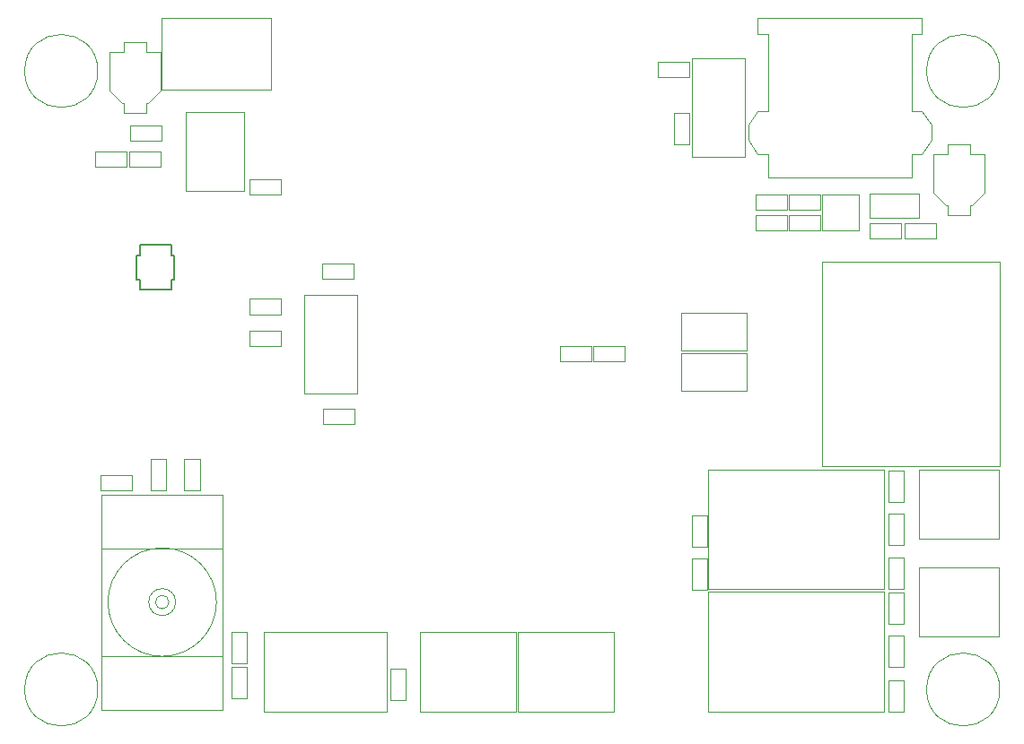
<source format=gbr>
G04 #@! TF.GenerationSoftware,KiCad,Pcbnew,(5.1.5)-3*
G04 #@! TF.CreationDate,2020-05-25T11:19:48-05:00*
G04 #@! TF.ProjectId,Delta_Robot,44656c74-615f-4526-9f62-6f742e6b6963,rev?*
G04 #@! TF.SameCoordinates,Original*
G04 #@! TF.FileFunction,Other,User*
%FSLAX46Y46*%
G04 Gerber Fmt 4.6, Leading zero omitted, Abs format (unit mm)*
G04 Created by KiCad (PCBNEW (5.1.5)-3) date 2020-05-25 11:19:48*
%MOMM*%
%LPD*%
G04 APERTURE LIST*
%ADD10C,0.050000*%
%ADD11C,0.152400*%
%ADD12C,0.120000*%
G04 APERTURE END LIST*
D10*
X104604000Y-69831200D02*
X104604000Y-71291200D01*
X104604000Y-71291200D02*
X101644000Y-71291200D01*
X101644000Y-71291200D02*
X101644000Y-69831200D01*
X101644000Y-69831200D02*
X104604000Y-69831200D01*
X106978000Y-73560000D02*
X106978000Y-66140000D01*
X112478000Y-73560000D02*
X112478000Y-66140000D01*
X106978000Y-73560000D02*
X112478000Y-73560000D01*
X106978000Y-66140000D02*
X112478000Y-66140000D01*
X172912000Y-111444000D02*
X156272000Y-111444000D01*
X172912000Y-122744000D02*
X172912000Y-111444000D01*
X156272000Y-122744000D02*
X172912000Y-122744000D01*
X156272000Y-111444000D02*
X156272000Y-122744000D01*
D11*
X105628000Y-82874599D02*
X102652000Y-82874599D01*
X102652000Y-82874599D02*
X102652000Y-81902300D01*
X102652000Y-81902300D02*
X102362000Y-81902300D01*
X102362000Y-81902300D02*
X102362000Y-79641700D01*
X102362000Y-79641700D02*
X102652000Y-79641700D01*
X102652000Y-79641700D02*
X102652000Y-78669401D01*
X102652000Y-78669401D02*
X105628000Y-78669401D01*
X105628000Y-78669401D02*
X105628000Y-79641700D01*
X105628000Y-79641700D02*
X105918000Y-79641700D01*
X105918000Y-79641700D02*
X105918000Y-81902300D01*
X105918000Y-81902300D02*
X105628000Y-81902300D01*
X105628000Y-81902300D02*
X105628000Y-82874599D01*
D10*
X183760000Y-80290000D02*
X183760000Y-99550000D01*
X183760000Y-80290000D02*
X167010000Y-80290000D01*
X167010000Y-80290000D02*
X167010000Y-99550000D01*
X183760000Y-99550000D02*
X167010000Y-99550000D01*
X176213000Y-76080000D02*
X176213000Y-73780000D01*
X171513000Y-73780000D02*
X176213000Y-73780000D01*
X171513000Y-76080000D02*
X171513000Y-73780000D01*
X176213000Y-76080000D02*
X171513000Y-76080000D01*
X156272000Y-99887000D02*
X156272000Y-111187000D01*
X156272000Y-111187000D02*
X172912000Y-111187000D01*
X172912000Y-111187000D02*
X172912000Y-99887000D01*
X172912000Y-99887000D02*
X156272000Y-99887000D01*
X110490000Y-118345000D02*
X110490000Y-106445000D01*
X99060000Y-106445000D02*
X99060000Y-118345000D01*
D12*
X99060000Y-102235000D02*
X110490000Y-102235000D01*
X110490000Y-102235000D02*
X110490000Y-122555000D01*
X110490000Y-122555000D02*
X99060000Y-122555000D01*
X99060000Y-122555000D02*
X99060000Y-102235000D01*
X110490000Y-117475000D02*
X99060000Y-117475000D01*
X110490000Y-107315000D02*
X99060000Y-107315000D01*
X109894534Y-112395000D02*
G75*
G03X109894534Y-112395000I-5119534J0D01*
G01*
X106045000Y-112395000D02*
G75*
G03X106045000Y-112395000I-1270000J0D01*
G01*
X105410000Y-112395000D02*
G75*
G03X105410000Y-112395000I-635000J0D01*
G01*
D10*
X170533000Y-73865000D02*
X170533000Y-77265000D01*
X170533000Y-77265000D02*
X167033000Y-77265000D01*
X167033000Y-77265000D02*
X167033000Y-73865000D01*
X167033000Y-73865000D02*
X170533000Y-73865000D01*
X159750000Y-61053000D02*
X159750000Y-70353000D01*
X154750000Y-61053000D02*
X159750000Y-61053000D01*
X154750000Y-70353000D02*
X154750000Y-61053000D01*
X159750000Y-70353000D02*
X154750000Y-70353000D01*
X118174000Y-83405000D02*
X123174000Y-83405000D01*
X123174000Y-83405000D02*
X123174000Y-92705000D01*
X123174000Y-92705000D02*
X118174000Y-92705000D01*
X118174000Y-92705000D02*
X118174000Y-83405000D01*
X116008600Y-88233000D02*
X113048600Y-88233000D01*
X116008600Y-86773000D02*
X116008600Y-88233000D01*
X113048600Y-86773000D02*
X116008600Y-86773000D01*
X113048600Y-88233000D02*
X113048600Y-86773000D01*
X171494000Y-76613000D02*
X174454000Y-76613000D01*
X171494000Y-78073000D02*
X171494000Y-76613000D01*
X174454000Y-78073000D02*
X171494000Y-78073000D01*
X174454000Y-76613000D02*
X174454000Y-78073000D01*
X154515000Y-61373000D02*
X154515000Y-62833000D01*
X154515000Y-62833000D02*
X151555000Y-62833000D01*
X151555000Y-62833000D02*
X151555000Y-61373000D01*
X151555000Y-61373000D02*
X154515000Y-61373000D01*
X119830500Y-80423000D02*
X122790500Y-80423000D01*
X119830500Y-81883000D02*
X119830500Y-80423000D01*
X122790500Y-81883000D02*
X119830500Y-81883000D01*
X122790500Y-80423000D02*
X122790500Y-81883000D01*
X108324400Y-101835500D02*
X106864400Y-101835500D01*
X106864400Y-101835500D02*
X106864400Y-98875500D01*
X106864400Y-98875500D02*
X108324400Y-98875500D01*
X108324400Y-98875500D02*
X108324400Y-101835500D01*
X105149400Y-101810000D02*
X103689400Y-101810000D01*
X103689400Y-101810000D02*
X103689400Y-98850000D01*
X103689400Y-98850000D02*
X105149400Y-98850000D01*
X105149400Y-98850000D02*
X105149400Y-101810000D01*
X101911500Y-101822000D02*
X98951500Y-101822000D01*
X101911500Y-100362000D02*
X101911500Y-101822000D01*
X98951500Y-100362000D02*
X101911500Y-100362000D01*
X98951500Y-101822000D02*
X98951500Y-100362000D01*
X112744000Y-121520500D02*
X111284000Y-121520500D01*
X111284000Y-121520500D02*
X111284000Y-118560500D01*
X111284000Y-118560500D02*
X112744000Y-118560500D01*
X112744000Y-118560500D02*
X112744000Y-121520500D01*
X127780800Y-118687500D02*
X127780800Y-121647500D01*
X126320800Y-118687500D02*
X127780800Y-118687500D01*
X126320800Y-121647500D02*
X126320800Y-118687500D01*
X127780800Y-121647500D02*
X126320800Y-121647500D01*
X173260000Y-115588500D02*
X174720000Y-115588500D01*
X174720000Y-115588500D02*
X174720000Y-118548500D01*
X174720000Y-118548500D02*
X173260000Y-118548500D01*
X173260000Y-118548500D02*
X173260000Y-115588500D01*
X173260000Y-111524500D02*
X174720000Y-111524500D01*
X174720000Y-111524500D02*
X174720000Y-114484500D01*
X174720000Y-114484500D02*
X173260000Y-114484500D01*
X173260000Y-114484500D02*
X173260000Y-111524500D01*
X173260000Y-107042500D02*
X173260000Y-104082500D01*
X174720000Y-107042500D02*
X173260000Y-107042500D01*
X174720000Y-104082500D02*
X174720000Y-107042500D01*
X173260000Y-104082500D02*
X174720000Y-104082500D01*
X173260000Y-102927500D02*
X173260000Y-99967500D01*
X174720000Y-102927500D02*
X173260000Y-102927500D01*
X174720000Y-99967500D02*
X174720000Y-102927500D01*
X173260000Y-99967500D02*
X174720000Y-99967500D01*
X111284000Y-118167500D02*
X111284000Y-115207500D01*
X112744000Y-118167500D02*
X111284000Y-118167500D01*
X112744000Y-115207500D02*
X112744000Y-118167500D01*
X111284000Y-115207500D02*
X112744000Y-115207500D01*
X163684400Y-75329800D02*
X160724400Y-75329800D01*
X163684400Y-73869800D02*
X163684400Y-75329800D01*
X160724400Y-73869800D02*
X163684400Y-73869800D01*
X160724400Y-75329800D02*
X160724400Y-73869800D01*
X163709800Y-75851000D02*
X163709800Y-77311000D01*
X163709800Y-77311000D02*
X160749800Y-77311000D01*
X160749800Y-77311000D02*
X160749800Y-75851000D01*
X160749800Y-75851000D02*
X163709800Y-75851000D01*
X153067000Y-69145600D02*
X153067000Y-66185600D01*
X154527000Y-69145600D02*
X153067000Y-69145600D01*
X154527000Y-66185600D02*
X154527000Y-69145600D01*
X153067000Y-66185600D02*
X154527000Y-66185600D01*
X119932000Y-95599000D02*
X119932000Y-94139000D01*
X119932000Y-94139000D02*
X122892000Y-94139000D01*
X122892000Y-94139000D02*
X122892000Y-95599000D01*
X122892000Y-95599000D02*
X119932000Y-95599000D01*
X174720000Y-122765000D02*
X173260000Y-122765000D01*
X173260000Y-122765000D02*
X173260000Y-119805000D01*
X173260000Y-119805000D02*
X174720000Y-119805000D01*
X174720000Y-119805000D02*
X174720000Y-122765000D01*
X174720000Y-111182500D02*
X173260000Y-111182500D01*
X173260000Y-111182500D02*
X173260000Y-108222500D01*
X173260000Y-108222500D02*
X174720000Y-108222500D01*
X174720000Y-108222500D02*
X174720000Y-111182500D01*
X154743400Y-104234800D02*
X156203400Y-104234800D01*
X156203400Y-104234800D02*
X156203400Y-107194800D01*
X156203400Y-107194800D02*
X154743400Y-107194800D01*
X154743400Y-107194800D02*
X154743400Y-104234800D01*
X156203400Y-111258800D02*
X154743400Y-111258800D01*
X154743400Y-111258800D02*
X154743400Y-108298800D01*
X154743400Y-108298800D02*
X156203400Y-108298800D01*
X156203400Y-108298800D02*
X156203400Y-111258800D01*
X177362000Y-68749000D02*
X176462000Y-70049000D01*
X177362000Y-67299000D02*
X177362000Y-68749000D01*
X175462000Y-65999000D02*
X176462000Y-65999000D01*
X177362000Y-67299000D02*
X176462000Y-65999000D01*
X175462000Y-70049000D02*
X176462000Y-70049000D01*
X160062000Y-67299000D02*
X160962000Y-65999000D01*
X175462000Y-70049000D02*
X175462000Y-72249000D01*
X161962000Y-72249000D02*
X175462000Y-72249000D01*
X161962000Y-70049000D02*
X161962000Y-72249000D01*
X160062000Y-68749000D02*
X160062000Y-67299000D01*
X161962000Y-70049000D02*
X160962000Y-70049000D01*
X160062000Y-68749000D02*
X160962000Y-70049000D01*
X175462000Y-65999000D02*
X175462000Y-58749000D01*
X175462000Y-58749000D02*
X176462000Y-58749000D01*
X176462000Y-58749000D02*
X176462000Y-57249000D01*
X176462000Y-57249000D02*
X160962000Y-57249000D01*
X160962000Y-57249000D02*
X160962000Y-58749000D01*
X160962000Y-58749000D02*
X161962000Y-58749000D01*
X161962000Y-58749000D02*
X161962000Y-65999000D01*
X161962000Y-65999000D02*
X160962000Y-65999000D01*
X181009000Y-75867000D02*
X181009000Y-74917000D01*
X178909000Y-75867000D02*
X181009000Y-75867000D01*
X178909000Y-74917000D02*
X178909000Y-75867000D01*
X181009000Y-74917000D02*
X181209000Y-74917000D01*
X178709000Y-74917000D02*
X178909000Y-74917000D01*
X178709000Y-74917000D02*
X177559000Y-73767000D01*
X181209000Y-74917000D02*
X182359000Y-73767000D01*
X177559000Y-73767000D02*
X177559000Y-70117000D01*
X182359000Y-73767000D02*
X182359000Y-70117000D01*
X181009000Y-70117000D02*
X182359000Y-70117000D01*
X181009000Y-69167000D02*
X181009000Y-70117000D01*
X178909000Y-69167000D02*
X181009000Y-69167000D01*
X178909000Y-70117000D02*
X178909000Y-69167000D01*
X177559000Y-70117000D02*
X178909000Y-70117000D01*
X166834000Y-77311000D02*
X163874000Y-77311000D01*
X166834000Y-75851000D02*
X166834000Y-77311000D01*
X163874000Y-75851000D02*
X166834000Y-75851000D01*
X163874000Y-77311000D02*
X163874000Y-75851000D01*
X177756000Y-76613000D02*
X177756000Y-78073000D01*
X177756000Y-78073000D02*
X174796000Y-78073000D01*
X174796000Y-78073000D02*
X174796000Y-76613000D01*
X174796000Y-76613000D02*
X177756000Y-76613000D01*
X163874000Y-75329800D02*
X163874000Y-73869800D01*
X163874000Y-73869800D02*
X166834000Y-73869800D01*
X166834000Y-73869800D02*
X166834000Y-75329800D01*
X166834000Y-75329800D02*
X163874000Y-75329800D01*
X183790000Y-62230000D02*
G75*
G03X183790000Y-62230000I-3450000J0D01*
G01*
X98700000Y-62230000D02*
G75*
G03X98700000Y-62230000I-3450000J0D01*
G01*
X183790000Y-120650000D02*
G75*
G03X183790000Y-120650000I-3450000J0D01*
G01*
X98700000Y-120650000D02*
G75*
G03X98700000Y-120650000I-3450000J0D01*
G01*
X99835000Y-60465000D02*
X101185000Y-60465000D01*
X101185000Y-60465000D02*
X101185000Y-59515000D01*
X101185000Y-59515000D02*
X103285000Y-59515000D01*
X103285000Y-59515000D02*
X103285000Y-60465000D01*
X103285000Y-60465000D02*
X104635000Y-60465000D01*
X104635000Y-64115000D02*
X104635000Y-60465000D01*
X99835000Y-64115000D02*
X99835000Y-60465000D01*
X103485000Y-65265000D02*
X104635000Y-64115000D01*
X100985000Y-65265000D02*
X99835000Y-64115000D01*
X100985000Y-65265000D02*
X101185000Y-65265000D01*
X103285000Y-65265000D02*
X103485000Y-65265000D01*
X101185000Y-65265000D02*
X101185000Y-66215000D01*
X101185000Y-66215000D02*
X103285000Y-66215000D01*
X103285000Y-66215000D02*
X103285000Y-65265000D01*
X113023300Y-72422000D02*
X115983300Y-72422000D01*
X113023300Y-73882000D02*
X113023300Y-72422000D01*
X115983300Y-73882000D02*
X113023300Y-73882000D01*
X115983300Y-72422000D02*
X115983300Y-73882000D01*
X104705500Y-67342000D02*
X104705500Y-68802000D01*
X104705500Y-68802000D02*
X101745500Y-68802000D01*
X101745500Y-68802000D02*
X101745500Y-67342000D01*
X101745500Y-67342000D02*
X104705500Y-67342000D01*
X98443500Y-69831200D02*
X101403500Y-69831200D01*
X98443500Y-71291200D02*
X98443500Y-69831200D01*
X101403500Y-71291200D02*
X98443500Y-71291200D01*
X101403500Y-69831200D02*
X101403500Y-71291200D01*
X114332000Y-115249000D02*
X114332000Y-122749000D01*
X114332000Y-122749000D02*
X125962000Y-122749000D01*
X125962000Y-122749000D02*
X125962000Y-115249000D01*
X125962000Y-115249000D02*
X114332000Y-115249000D01*
X176209000Y-109125000D02*
X176209000Y-115665000D01*
X183709000Y-109125000D02*
X176209000Y-109125000D01*
X183709000Y-115665000D02*
X183709000Y-109125000D01*
X176209000Y-115665000D02*
X183709000Y-115665000D01*
X176209000Y-106394000D02*
X183709000Y-106394000D01*
X183709000Y-106394000D02*
X183709000Y-99854000D01*
X183709000Y-99854000D02*
X176209000Y-99854000D01*
X176209000Y-99854000D02*
X176209000Y-106394000D01*
X129064000Y-115223600D02*
X129064000Y-122723600D01*
X129064000Y-122723600D02*
X138144000Y-122723600D01*
X138144000Y-122723600D02*
X138144000Y-115223600D01*
X138144000Y-115223600D02*
X129064000Y-115223600D01*
X138335000Y-115249000D02*
X138335000Y-122749000D01*
X138335000Y-122749000D02*
X147415000Y-122749000D01*
X147415000Y-122749000D02*
X147415000Y-115249000D01*
X147415000Y-115249000D02*
X138335000Y-115249000D01*
X159915000Y-92478000D02*
X159915000Y-88878000D01*
X153765000Y-92478000D02*
X159915000Y-92478000D01*
X153765000Y-88878000D02*
X153765000Y-92478000D01*
X159915000Y-88878000D02*
X153765000Y-88878000D01*
X153775000Y-88668000D02*
X159925000Y-88668000D01*
X159925000Y-88668000D02*
X159925000Y-85068000D01*
X159925000Y-85068000D02*
X153775000Y-85068000D01*
X153775000Y-85068000D02*
X153775000Y-88668000D01*
X115060400Y-63972400D02*
X104700400Y-63972400D01*
X104700400Y-63972400D02*
X104700400Y-57192400D01*
X115060400Y-63972400D02*
X115060400Y-57192400D01*
X115060400Y-57192400D02*
X104700400Y-57192400D01*
X113023200Y-85210400D02*
X113023200Y-83750400D01*
X113023200Y-83750400D02*
X115983200Y-83750400D01*
X115983200Y-83750400D02*
X115983200Y-85210400D01*
X115983200Y-85210400D02*
X113023200Y-85210400D01*
X148368100Y-88170000D02*
X148368100Y-89630000D01*
X148368100Y-89630000D02*
X145408100Y-89630000D01*
X145408100Y-89630000D02*
X145408100Y-88170000D01*
X145408100Y-88170000D02*
X148368100Y-88170000D01*
X145294700Y-89630000D02*
X142334700Y-89630000D01*
X145294700Y-88170000D02*
X145294700Y-89630000D01*
X142334700Y-88170000D02*
X145294700Y-88170000D01*
X142334700Y-89630000D02*
X142334700Y-88170000D01*
M02*

</source>
